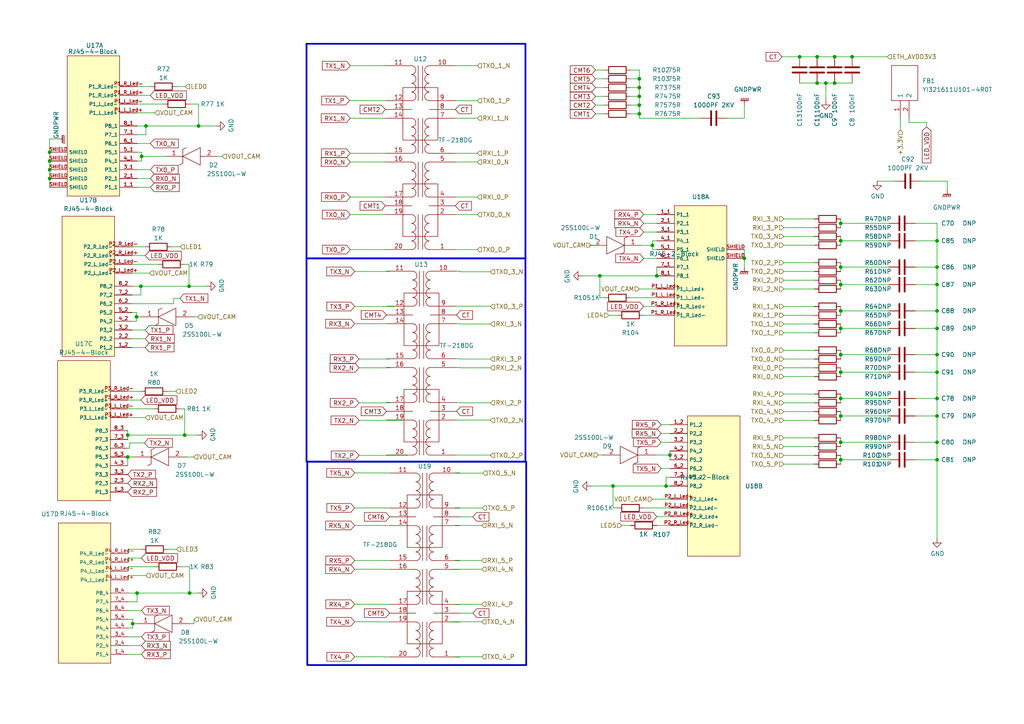
<source format=kicad_sch>
(kicad_sch (version 20231120) (generator "eeschema") (generator_version "8.0")
  (paper "A4")
  (junction (at 243.84 120.65))
  (junction (at 271.78 120.65))
  (junction (at 185.42 33.02))
  (junction (at 185.42 25.4))
  (junction (at 243.84 82.55))
  (junction (at 271.78 102.87))
  (junction (at 37.0498 132.5455))
  (junction (at 271.78 133.35))
  (junction (at 40.8598 83.0155))
  (junction (at 243.84 64.77))
  (junction (at 243.84 77.47))
  (junction (at 57.5777 36.5343))
  (junction (at 271.78 82.55))
  (junction (at 243.84 95.25))
  (junction (at 242.0768 16.4702))
  (junction (at 42.3377 36.5343))
  (junction (at 185.42 30.48))
  (junction (at 194.31 131.9754))
  (junction (at 54.8298 83.0155))
  (junction (at 173.99 80.01))
  (junction (at 242.0768 24.0902))
  (junction (at 243.84 128.27))
  (junction (at 243.84 102.87))
  (junction (at 271.78 107.95))
  (junction (at 39.7562 172.0096))
  (junction (at 190.5 80.01))
  (junction (at 243.84 133.35))
  (junction (at 39.5898 91.9055))
  (junction (at 236.9968 24.0902))
  (junction (at 236.9968 16.4702))
  (junction (at 243.84 107.95))
  (junction (at 247.1568 16.4702))
  (junction (at 14.3977 51.7743))
  (junction (at 177.8 140.97))
  (junction (at 38.4862 180.8996))
  (junction (at 14.3977 49.2343))
  (junction (at 41.0677 45.3524))
  (junction (at 271.78 115.57))
  (junction (at 239.5368 24.0902))
  (junction (at 243.84 90.17))
  (junction (at 271.78 90.17))
  (junction (at 271.78 95.25))
  (junction (at 243.84 115.57))
  (junction (at 14.3977 44.1543))
  (junction (at 53.5598 126.1955))
  (junction (at 271.78 128.27))
  (junction (at 215.9 74.93))
  (junction (at 271.78 77.47))
  (junction (at 14.3977 46.6943))
  (junction (at 189.23 71.1611))
  (junction (at 243.84 69.85))
  (junction (at 54.9962 172.0096))
  (junction (at 271.78 69.85))
  (junction (at 185.42 27.94))
  (junction (at 185.42 22.86))
  (junction (at 193.193 140.97))
  (junction (at 231.9168 16.4702))
  (junction (at 37.0498 126.1955))
  (wire (pts (xy 243.84 90.17) (xy 257.81 90.17)))
  (wire (pts (xy 104.14 106.68) (xy 113.03 106.68)))
  (wire (pts (xy 101.6 62.23) (xy 111.76 62.23)))
  (wire (pts (xy 54.9962 164.3896) (xy 52.4562 164.3896)))
  (wire (pts (xy 236.22 96.52) (xy 227.33 96.52)))
  (wire (pts (xy 38.4862 180.8996) (xy 39.7562 180.8996)))
  (wire (pts (xy 57.5362 172.0096) (xy 54.9962 172.0096)))
  (wire (pts (xy 142.24 132.08) (xy 142.24 131.9931)))
  (wire (pts (xy 182.88 152.4) (xy 180.34 152.4)))
  (wire (pts (xy 236.22 129.54) (xy 227.33 129.54)))
  (wire (pts (xy 243.84 64.77) (xy 243.84 66.04)))
  (wire (pts (xy 236.22 101.6) (xy 227.33 101.6)))
  (wire (pts (xy 186.69 91.44) (xy 190.5 91.44)))
  (wire (pts (xy 40.8598 83.0155) (xy 38.3198 83.0155)))
  (wire (pts (xy 179.07 91.44) (xy 176.53 91.44)))
  (wire (pts (xy 116.84 121.8331) (xy 112.093 121.8331)))
  (wire (pts (xy 113.03 104.14) (xy 113.03 104.0531)))
  (wire (pts (xy 243.84 107.95) (xy 257.81 107.95)))
  (wire (pts (xy 118.11 132.08) (xy 118.11 131.9931)))
  (wire (pts (xy 38.3198 79.2055) (xy 43.3998 79.2055)))
  (wire (pts (xy 243.84 127) (xy 243.84 128.27)))
  (wire (pts (xy 132.08 190.5) (xy 132.08 190.5412)))
  (wire (pts (xy 38.7525 132.55) (xy 38.2445 132.55)))
  (wire (pts (xy 243.84 119.38) (xy 243.84 120.65)))
  (wire (pts (xy 132.08 162.6012) (xy 133.3389 162.6012)))
  (wire (pts (xy 236.22 106.68) (xy 227.33 106.68)))
  (wire (pts (xy 43.6077 54.3143) (xy 39.7977 54.3143)))
  (wire (pts (xy 226.8368 16.4702) (xy 231.9168 16.4702)))
  (wire (pts (xy 101.3778 29.1519) (xy 102.6478 29.1519)))
  (wire (pts (xy 138.43 29.21) (xy 132.08 29.21)))
  (wire (pts (xy 242.0768 24.0902) (xy 247.1568 24.0902)))
  (wire (pts (xy 142.24 106.68) (xy 133.35 106.68)))
  (wire (pts (xy 39.7562 172.0096) (xy 39.7562 174.5496)))
  (wire (pts (xy 236.22 121.92) (xy 227.33 121.92)))
  (wire (pts (xy 138.43 72.39) (xy 132.08 72.39)))
  (wire (pts (xy 41.0677 44.1543) (xy 41.0677 45.3524)))
  (wire (pts (xy 132.413 121.8331) (xy 142.24 121.8331)))
  (wire (pts (xy 243.84 101.6) (xy 243.84 102.87)))
  (wire (pts (xy 185.42 20.32) (xy 182.88 20.32)))
  (wire (pts (xy 215.9 34.29) (xy 215.9 30.48)))
  (wire (pts (xy 243.84 115.57) (xy 243.84 116.84)))
  (wire (pts (xy 271.78 77.47) (xy 271.78 82.55)))
  (wire (pts (xy 57.5777 30.1843) (xy 55.0377 30.1843)))
  (wire (pts (xy 38.3198 76.6655) (xy 45.9398 76.6655)))
  (wire (pts (xy 133.35 78.8269) (xy 133.35 78.6531)))
  (wire (pts (xy 54.9962 180.8996) (xy 56.2662 180.8996)))
  (wire (pts (xy 41.0262 161.8496) (xy 37.2162 161.8496)))
  (wire (pts (xy 104.14 104.14) (xy 113.03 104.14)))
  (wire (pts (xy 194.31 131.9754) (xy 194.31 133.35)))
  (wire (pts (xy 265.43 133.35) (xy 271.78 133.35)))
  (wire (pts (xy 130.81 165.1412) (xy 133.3389 165.1412)))
  (wire (pts (xy 102.87 88.9) (xy 114.3 88.9)))
  (wire (pts (xy 190.5 149.86) (xy 194.31 149.86)))
  (wire (pts (xy 138.43 62.23) (xy 132.08 62.23)))
  (wire (pts (xy 16.7685 40.2947) (xy 14.3977 40.2947)))
  (wire (pts (xy 271.78 102.87) (xy 271.78 107.95)))
  (wire (pts (xy 132.08 137.2012) (xy 133.3389 137.2012)))
  (wire (pts (xy 133.35 116.7531) (xy 132.413 116.7531)))
  (wire (pts (xy 40.8598 116.0355) (xy 37.0498 116.0355)))
  (wire (pts (xy 14.3977 46.6943) (xy 14.3977 49.2343)))
  (wire (pts (xy 37.0498 118.5755) (xy 44.6698 118.5755)))
  (wire (pts (xy 14.3977 44.1543) (xy 14.3977 46.6943)))
  (wire (pts (xy 190.5 77.47) (xy 190.5 80.01)))
  (wire (pts (xy 236.22 134.62) (xy 227.33 134.62)))
  (wire (pts (xy 186.69 64.77) (xy 190.5 64.77)))
  (wire (pts (xy 191.77 128.27) (xy 194.31 128.27)))
  (wire (pts (xy 274.743 55.0829) (xy 274.743 52.5429)))
  (wire (pts (xy 243.84 133.35) (xy 243.84 134.62)))
  (wire (pts (xy 268.7468 35.5202) (xy 263.6668 35.5202)))
  (wire (pts (xy 261.1399 37.7264) (xy 261.1399 36.4112)))
  (wire (pts (xy 243.84 82.55) (xy 243.84 83.82)))
  (wire (pts (xy 236.22 93.98) (xy 227.33 93.98)))
  (wire (pts (xy 236.22 104.14) (xy 227.33 104.14)))
  (wire (pts (xy 139.8948 147.344) (xy 132.08 147.344)))
  (wire (pts (xy 243.84 102.87) (xy 257.81 102.87)))
  (wire (pts (xy 38.2445 132.55) (xy 38.2445 132.5455)))
  (wire (pts (xy 111.76 137.2012) (xy 113.0189 137.2012)))
  (wire (pts (xy 133.35 93.8931) (xy 132.413 93.8931)))
  (wire (pts (xy 37.0498 126.1955) (xy 53.5598 126.1955)))
  (wire (pts (xy 138.43 46.99) (xy 132.08 46.99)))
  (wire (pts (xy 271.78 69.85) (xy 271.78 77.47)))
  (wire (pts (xy 236.22 76.2) (xy 227.33 76.2)))
  (wire (pts (xy 42.1298 100.7955) (xy 38.3198 100.7955)))
  (wire (pts (xy 242.0768 16.4702) (xy 247.1568 16.4702)))
  (wire (pts (xy 236.22 71.12) (xy 227.33 71.12)))
  (wire (pts (xy 110.49 180.34) (xy 110.49 180.3812)))
  (wire (pts (xy 39.5898 91.9055) (xy 39.5898 93.1755)))
  (wire (pts (xy 172.72 20.32) (xy 175.26 20.32)))
  (wire (pts (xy 54.9962 164.3896) (xy 54.9962 172.0096)))
  (wire (pts (xy 142.24 121.8331) (xy 142.24 121.92)))
  (wire (pts (xy 54.2465 132.5455) (xy 56.1634 132.5455)))
  (wire (pts (xy 111.76 175.26) (xy 111.76 175.3012)))
  (wire (pts (xy 37.6211 130.0055) (xy 37.0498 130.0055)))
  (wire (pts (xy 102.87 137.16) (xy 111.76 137.16)))
  (wire (pts (xy 41.0262 159.3096) (xy 37.2162 159.3096)))
  (wire (pts (xy 139.7 190.5) (xy 132.08 190.5)))
  (wire (pts (xy 102.87 78.74) (xy 113.03 78.74)))
  (wire (pts (xy 42.1298 74.1255) (xy 38.3198 74.1255)))
  (wire (pts (xy 236.22 127) (xy 227.33 127)))
  (wire (pts (xy 172.72 33.02) (xy 175.26 33.02)))
  (wire (pts (xy 186.69 88.9) (xy 190.5 88.9)))
  (wire (pts (xy 41.0677 45.3524) (xy 47.9339 45.3524)))
  (wire (pts (xy 57.3698 126.1955) (xy 53.5598 126.1955)))
  (wire (pts (xy 137.1489 177.8412) (xy 133.3389 177.8412)))
  (wire (pts (xy 236.22 132.08) (xy 227.33 132.08)))
  (wire (pts (xy 231.9168 16.4702) (xy 236.9968 16.4702)))
  (wire (pts (xy 102.6478 29.21) (xy 111.76 29.21)))
  (wire (pts (xy 271.78 133.35) (xy 271.78 128.27)))
  (wire (pts (xy 172.72 30.48) (xy 175.26 30.48)))
  (wire (pts (xy 189.23 69.85) (xy 190.5 69.85)))
  (wire (pts (xy 39.7562 174.5496) (xy 37.2162 174.5496)))
  (wire (pts (xy 271.78 120.65) (xy 271.78 115.57)))
  (wire (pts (xy 43.6077 49.2343) (xy 39.7977 49.2343)))
  (wire (pts (xy 111.76 190.5412) (xy 113.0189 190.5412)))
  (wire (pts (xy 271.78 102.87) (xy 265.43 102.87)))
  (wire (pts (xy 133.35 116.84) (xy 133.35 116.7531)))
  (wire (pts (xy 63.1739 45.3524) (xy 64.4439 45.3524)))
  (wire (pts (xy 239.5368 24.0902) (xy 242.0768 24.0902)))
  (wire (pts (xy 271.78 120.65) (xy 265.43 120.65)))
  (wire (pts (xy 174.8078 131.9754) (xy 173.5378 131.9754)))
  (wire (pts (xy 140.0315 137.225) (xy 132.08 137.225)))
  (wire (pts (xy 243.84 63.5) (xy 243.84 64.77)))
  (wire (pts (xy 113.03 116.7531) (xy 112.093 116.7531)))
  (wire (pts (xy 42.1298 98.2555) (xy 38.3198 98.2555)))
  (wire (pts (xy 173.99 86.36) (xy 175.26 86.36)))
  (wire (pts (xy 243.84 69.85) (xy 257.81 69.85)))
  (wire (pts (xy 102.87 165.1) (xy 111.76 165.1)))
  (wire (pts (xy 133.35 104.14) (xy 133.35 104.0531)))
  (wire (pts (xy 193.193 138.43) (xy 193.193 140.97)))
  (wire (pts (xy 185.42 34.29) (xy 185.42 33.02)))
  (wire (pts (xy 37.2162 161.8496) (xy 37.2162 163.1196)))
  (wire (pts (xy 42.1298 95.7155) (xy 38.3198 95.7155)))
  (wire (pts (xy 114.3 88.9) (xy 114.3 88.8131)))
  (wire (pts (xy 54.8298 76.6655) (xy 53.5598 76.6655)))
  (wire (pts (xy 111.76 190.5) (xy 111.76 190.5412)))
  (wire (pts (xy 56.2662 180.8996) (xy 56.2662 179.6296)))
  (wire (pts (xy 42.1298 71.5855) (xy 38.3198 71.5855)))
  (wire (pts (xy 39.5898 93.1755) (xy 38.3198 93.1755)))
  (wire (pts (xy 54.2465 132.55) (xy 54.2465 132.5455)))
  (wire (pts (xy 52.1843 86.523) (xy 50.3543 86.523)))
  (wire (pts (xy 43.6077 25.1043) (xy 39.7977 25.1043)))
  (wire (pts (xy 243.84 77.47) (xy 257.81 77.47)))
  (wire (pts (xy 40.8598 83.0155) (xy 40.8598 85.5555)))
  (wire (pts (xy 194.31 147.32) (xy 186.69 147.32)))
  (wire (pts (xy 271.78 64.77) (xy 265.43 64.77)))
  (wire (pts (xy 40.8598 85.5555) (xy 38.3198 85.5555)))
  (wire (pts (xy 110.49 180.3812) (xy 113.0189 180.3812)))
  (wire (pts (xy 271.78 107.95) (xy 265.43 107.95)))
  (wire (pts (xy 50.3543 88.0955) (xy 38.3198 88.0955)))
  (wire (pts (xy 243.84 81.28) (xy 243.84 82.55)))
  (wire (pts (xy 194.31 138.43) (xy 193.193 138.43)))
  (wire (pts (xy 133.35 106.68) (xy 133.35 106.5931)))
  (wire (pts (xy 53.5598 118.5755) (xy 52.2898 118.5755)))
  (wire (pts (xy 49.7498 71.5855) (xy 52.2898 71.5855)))
  (wire (pts (xy 42.3377 36.5343) (xy 39.7977 36.5343)))
  (wire (pts (xy 138.43 44.45) (xy 132.08 44.45)))
  (wire (pts (xy 243.84 64.77) (xy 257.81 64.77)))
  (wire (pts (xy 185.42 22.86) (xy 182.88 22.86)))
  (wire (pts (xy 111.76 175.3012) (xy 113.0189 175.3012)))
  (wire (pts (xy 271.78 82.55) (xy 265.43 82.55)))
  (wire (pts (xy 132.08 147.344) (xy 132.08 147.3612)))
  (wire (pts (xy 236.22 116.84) (xy 227.33 116.84)))
  (wire (pts (xy 113.03 78.74) (xy 113.03 78.6531)))
  (wire (pts (xy 111.76 137.16) (xy 111.76 137.2012)))
  (wire (pts (xy 104.14 116.84) (xy 113.03 116.84)))
  (wire (pts (xy 38.4862 180.8996) (xy 38.4862 182.1696)))
  (wire (pts (xy 111.76 152.4412) (xy 113.0189 152.4412)))
  (wire (pts (xy 236.22 78.74) (xy 227.33 78.74)))
  (wire (pts (xy 101.6 44.45) (xy 111.76 44.45)))
  (wire (pts (xy 41.0677 46.6943) (xy 39.7977 46.6943)))
  (wire (pts (xy 271.78 95.25) (xy 271.78 102.87)))
  (wire (pts (xy 42.3377 39.0743) (xy 39.7977 39.0743)))
  (wire (pts (xy 271.78 90.17) (xy 265.43 90.17)))
  (wire (pts (xy 137.1489 149.9012) (xy 133.3389 149.9012)))
  (wire (pts (xy 194.31 130.81) (xy 194.31 131.9754)))
  (wire (pts (xy 194.31 144.78) (xy 189.23 144.78)))
  (wire (pts (xy 132.08 175.26) (xy 132.08 175.3012)))
  (wire (pts (xy 243.84 128.27) (xy 243.84 129.54)))
  (wire (pts (xy 168.91 80.01) (xy 173.99 80.01)))
  (wire (pts (xy 53.9925 132.55) (xy 54.2465 132.55)))
  (wire (pts (xy 41.888 128.4713) (xy 37.6211 128.4713)))
  (wire (pts (xy 243.84 120.65) (xy 257.81 120.65)))
  (wire (pts (xy 191.77 125.73) (xy 194.31 125.73)))
  (wire (pts (xy 271.78 156.21) (xy 271.78 133.35)))
  (wire (pts (xy 130.81 180.3812) (xy 133.3389 180.3812)))
  (wire (pts (xy 37.0498 124.9255) (xy 37.0498 126.1955)))
  (wire (pts (xy 185.42 27.94) (xy 182.88 27.94)))
  (wire (pts (xy 113.03 106.5931) (xy 112.093 106.5931)))
  (wire (pts (xy 142.24 78.8269) (xy 133.35 78.8269)))
  (wire (pts (xy 113.03 106.68) (xy 113.03 106.5931)))
  (wire (pts (xy 139.7 180.34) (xy 130.81 180.34)))
  (wire (pts (xy 271.78 95.25) (xy 265.43 95.25)))
  (wire (pts (xy 14.3977 51.7743) (xy 14.3977 54.3143)))
  (wire (pts (xy 39.7977 30.1843) (xy 47.4177 30.1843)))
  (wire (pts (xy 236.22 119.38) (xy 227.33 119.38)))
  (wire (pts (xy 190.5 80.01) (xy 173.99 80.01)))
  (wire (pts (xy 104.14 132.08) (xy 118.11 132.08)))
  (wire (pts (xy 139.7 175.26) (xy 132.08 175.26)))
  (wire (pts (xy 185.42 25.4) (xy 185.42 27.94)))
  (wire (pts (xy 257.3168 16.4702) (xy 247.1568 16.4702)))
  (wire (pts (xy 37.2162 179.6296) (xy 38.4862 179.6296)))
  (wire (pts (xy 236.9968 16.4702) (xy 242.0768 16.4702)))
  (wire (pts (xy 271.78 69.85) (xy 265.43 69.85)))
  (wire (pts (xy 37.2162 166.9296) (xy 37.2162 168.1996)))
  (wire (pts (xy 37.0498 132.5455) (xy 37.0498 135.0855)))
  (wire (pts (xy 172.72 27.94) (xy 175.26 27.94)))
  (wire (pts (xy 243.84 132.08) (xy 243.84 133.35)))
  (wire (pts (xy 271.78 77.47) (xy 265.43 77.47)))
  (wire (pts (xy 190.5 86.36) (xy 182.88 86.36)))
  (wire (pts (xy 191.77 135.89) (xy 194.31 135.89)))
  (wire (pts (xy 111.76 165.1412) (xy 113.0189 165.1412)))
  (wire (pts (xy 102.87 190.5) (xy 111.76 190.5)))
  (wire (pts (xy 243.84 77.47) (xy 243.84 78.74)))
  (wire (pts (xy 37.6211 128.4713) (xy 37.6211 130.0055)))
  (wire (pts (xy 243.84 120.65) (xy 243.84 121.92)))
  (wire (pts (xy 186.69 67.31) (xy 190.5 67.31)))
  (wire (pts (xy 50.3543 86.523) (xy 50.3543 88.0955)))
  (wire (pts (xy 111.76 147.32) (xy 111.76 147.3612)))
  (wire (pts (xy 101.6 19.05) (xy 111.76 19.05)))
  (wire (pts (xy 48.6462 159.3096) (xy 51.1862 159.3096)))
  (wire (pts (xy 185.42 20.32) (xy 185.42 22.86)))
  (wire (pts (xy 37.2162 164.3896) (xy 44.8362 164.3896)))
  (wire (pts (xy 185.42 33.02) (xy 182.88 33.02)))
  (wire (pts (xy 193.193 140.97) (xy 177.8 140.97)))
  (wire (pts (xy 177.8 147.32) (xy 177.8 140.97)))
  (wire (pts (xy 132.413 131.9931) (xy 142.24 131.9931)))
  (wire (pts (xy 194.31 140.97) (xy 193.193 140.97)))
  (wire (pts (xy 243.84 95.25) (xy 243.84 96.52)))
  (wire (pts (xy 101.6 46.99) (xy 111.76 46.99)))
  (wire (pts (xy 185.42 30.48) (xy 185.42 27.94)))
  (wire (pts (xy 261.1399 36.4112) (xy 261.1268 36.4112)))
  (wire (pts (xy 111.76 162.6012) (xy 113.0189 162.6012)))
  (wire (pts (xy 133.35 106.5931) (xy 132.413 106.5931)))
  (wire (pts (xy 189.23 72.39) (xy 189.23 71.1611)))
  (wire (pts (xy 39.7562 172.0096) (xy 37.2162 172.0096)))
  (wire (pts (xy 57.5777 30.1843) (xy 57.5777 36.5343)))
  (wire (pts (xy 263.6668 35.5202) (xy 263.6668 34.2502)))
  (wire (pts (xy 186.69 62.23) (xy 190.5 62.23)))
  (wire (pts (xy 43.6077 41.6143) (xy 39.7977 41.6143)))
  (wire (pts (xy 243.84 106.68) (xy 243.84 107.95)))
  (wire (pts (xy 37.2162 164.3896) (xy 37.2162 165.6596)))
  (wire (pts (xy 102.6478 29.1519) (xy 102.6478 29.21)))
  (wire (pts (xy 132.08 190.5412) (xy 133.3389 190.5412)))
  (wire (pts (xy 39.5898 91.9055) (xy 40.8598 91.9055)))
  (wire (pts (xy 116.84 121.92) (xy 116.84 121.8331)))
  (wire (pts (xy 101.6 34.29) (xy 111.76 34.29)))
  (wire (pts (xy 236.22 68.58) (xy 227.33 68.58)))
  (wire (pts (xy 37.2162 166.9296) (xy 42.2962 166.9296)))
  (wire (pts (xy 261.1268 36.4112) (xy 261.1268 34.2502)))
  (wire (pts (xy 271.78 64.77) (xy 271.78 69.85)))
  (wire (pts (xy 132.08 175.3012) (xy 133.3389 175.3012)))
  (wire (pts (xy 236.22 88.9) (xy 227.33 88.9)))
  (wire (pts (xy 236.22 114.3) (xy 227.33 114.3)))
  (wire (pts (xy 171.45 140.97) (xy 177.8 140.97)))
  (wire (pts (xy 102.87 180.34) (xy 110.49 180.34)))
  (wire (pts (xy 271.78 115.57) (xy 265.43 115.57)))
  (wire (pts (xy 173.99 86.36) (xy 173.99 80.01)))
  (wire (pts (xy 236.22 63.5) (xy 227.33 63.5)))
  (wire (pts (xy 48.4798 113.4955) (xy 51.0198 113.4955)))
  (wire (pts (xy 189.23 69.85) (xy 189.23 71.1611)))
  (wire (pts (xy 56.0998 91.9055) (xy 57.3698 91.9055)))
  (wire (pts (xy 113.03 78.6531) (xy 112.093 78.6531)))
  (wire (pts (xy 38.4862 179.6296) (xy 38.4862 180.8996)))
  (wire (pts (xy 57.5777 36.5343) (xy 42.3377 36.5343)))
  (wire (pts (xy 243.84 102.87) (xy 243.84 104.14)))
  (wire (pts (xy 132.08 162.56) (xy 132.08 162.6012)))
  (wire (pts (xy 236.22 66.04) (xy 227.33 66.04)))
  (wire (pts (xy 37.0498 132.5455) (xy 38.2445 132.5455)))
  (wire (pts (xy 102.87 147.32) (xy 111.76 147.32)))
  (wire (pts (xy 54.8298 83.0155) (xy 59.9098 83.0155)))
  (wire (pts (xy 170.9011 71.1611) (xy 173.736 71.1611)))
  (wire (pts (xy 133.35 93.98) (xy 133.35 93.8931)))
  (wire (pts (xy 102.87 152.4) (xy 111.76 152.4)))
  (wire (pts (xy 236.22 109.22) (xy 227.33 109.22)))
  (wire (pts (xy 172.72 22.86) (xy 175.26 22.86)))
  (wire (pts (xy 186.69 74.93) (xy 190.5 74.93)))
  (wire (pts (xy 271.78 90.17) (xy 271.78 95.25)))
  (wire (pts (xy 118.11 131.9931) (xy 112.093 131.9931)))
  (wire (pts (xy 138.43 19.05) (xy 132.08 19.05)))
  (wire (pts (xy 102.8776 93.8931) (xy 112.093 93.8931)))
  (wire (pts (xy 37.2162 159.3096) (xy 37.2162 160.5796)))
  (wire (pts (xy 113.03 104.0531) (xy 112.093 104.0531)))
  (wire (pts (xy 41.0677 45.3524) (xy 41.0677 46.6943)))
  (wire (pts (xy 236.22 81.28) (xy 227.33 81.28)))
  (wire (pts (xy 102.87 162.56) (xy 111.76 162.56)))
  (wire (pts (xy 111.76 152.4) (xy 111.76 152.4412)))
  (wire (pts (xy 132.08 152.4412) (xy 133.3389 152.4412)))
  (wire (pts (xy 130.81 165.1) (xy 130.81 165.1412)))
  (wire (pts (xy 271.78 115.57) (xy 271.78 107.95)))
  (wire (pts (xy 185.42 25.4) (xy 182.88 25.4)))
  (wire (pts (xy 236.9968 24.0902) (xy 231.9168 24.0902)))
  (wire (pts (xy 173.736 71.12) (xy 171.45 71.12)))
  (wire (pts (xy 43.6077 27.6443) (xy 39.7977 27.6443)))
  (wire (pts (xy 40.8598 83.0155) (xy 54.8298 83.0155)))
  (wire (pts (xy 38.3198 90.6355) (xy 39.5898 90.6355)))
  (wire (pts (xy 185.42 34.29) (xy 203.2 34.29)))
  (wire (pts (xy 190.5 83.82) (xy 185.42 83.82)))
  (wire (pts (xy 142.24 88.8131) (xy 132.413 88.8131)))
  (wire (pts (xy 51.2277 25.1043) (xy 53.7677 25.1043)))
  (wire (pts (xy 111.76 147.3612) (xy 113.0189 147.3612)))
  (wire (pts (xy 111.76 165.1) (xy 111.76 165.1412)))
  (wire (pts (xy 101.6 72.39) (xy 111.76 72.39)))
  (wire (pts (xy 215.9 72.39) (xy 215.9 74.93)))
  (wire (pts (xy 215.9 74.93) (xy 215.9 77.47)))
  (wire (pts (xy 190.5 152.4) (xy 194.31 152.4)))
  (wire (pts (xy 185.42 22.86) (xy 185.42 25.4)))
  (wire (pts (xy 243.84 115.57) (xy 257.81 115.57)))
  (wire (pts (xy 236.22 83.82) (xy 227.33 83.82)))
  (wire (pts (xy 102.87 175.26) (xy 111.76 175.26)))
  (wire (pts (xy 111.76 162.56) (xy 111.76 162.6012)))
  (wire (pts (xy 142.24 88.9) (xy 142.24 88.8131)))
  (wire (pts (xy 243.84 128.27) (xy 257.81 128.27)))
  (wire (pts (xy 243.84 114.3) (xy 243.84 115.57)))
  (wire (pts (xy 133.35 78.6531) (xy 132.413 78.6531)))
  (wire (pts (xy 138.43 34.29) (xy 132.08 34.29)))
  (wire (pts (xy 142.24 116.84) (xy 133.35 116.84)))
  (wire (pts (xy 39.7977 44.1543) (xy 41.0677 44.1543)))
  (wire (pts (xy 243.84 90.17) (xy 243.84 91.44)))
  (wire (pts (xy 243.84 88.9) (xy 243.84 90.17)))
  (wire (pts (xy 243.84 133.35) (xy 257.81 133.35)))
  (wire (pts (xy 243.84 68.58) (xy 243.84 69.85)))
  (wire (pts (xy 37.0498 121.1155) (xy 42.1298 121.1155)))
  (wire (pts (xy 139.7 165.1) (xy 130.81 165.1)))
  (wire (pts (xy 243.84 69.85) (xy 243.84 71.12)))
  (wire (pts (xy 186.1411 71.1611) (xy 189.23 71.1611)))
  (wire (pts (xy 113.03 116.84) (xy 113.03 116.7531)))
  (wire (pts (xy 14.3977 40.2947) (xy 14.3977 44.1543)))
  (wire (pts (xy 41.0262 177.0896) (xy 37.2162 177.0896)))
  (wire (pts (xy 39.7562 172.0096) (xy 54.9962 172.0096)))
  (wire (pts (xy 243.84 93.98) (xy 243.84 95.25)))
  (wire (pts (xy 132.08 137.225) (xy 132.08 137.2012)))
  (wire (pts (xy 101.6 57.15) (xy 111.76 57.15)))
  (wire (pts (xy 215.9 34.29) (xy 210.82 34.29)))
  (wire (pts (xy 173.736 71.1611) (xy 173.736 71.12)))
  (wire (pts (xy 243.84 82.55) (xy 257.81 82.55)))
  (wire (pts (xy 243.84 95.25) (xy 257.81 95.25)))
  (wire (pts (xy 243.84 76.2) (xy 243.84 77.47)))
  (wire (pts (xy 38.4862 182.1696) (xy 37.2162 182.1696)))
  (wire (pts (xy 236.9968 24.0902) (xy 239.5368 24.0902)))
  (wire (pts (xy 265.43 128.27) (xy 271.78 128.27)))
  (wire (pts (xy 132.08 152.4) (xy 132.08 152.4412)))
  (wire (pts (xy 41.0262 189.7896) (xy 37.2162 189.7896)))
  (wire (pts (xy 236.22 91.44) (xy 227.33 91.44)))
  (wire (pts (xy 133.35 104.0531) (xy 132.413 104.0531)))
  (wire (pts (xy 139.7 162.56) (xy 132.08 162.56)))
  (wire (pts (xy 142.24 93.98) (xy 133.35 93.98)))
  (wire (pts (xy 39.5898 90.6355) (xy 39.5898 91.9055)))
  (wire (pts (xy 142.24 104.14) (xy 133.35 104.14)))
  (wire (pts (xy 37.0498 126.1955) (xy 37.0498 127.4655)))
  (wire (pts (xy 40.8598 113.4955) (xy 37.0498 113.4955)))
  (wire (pts (xy 14.3977 49.2343) (xy 14.3977 51.7743)))
  (wire (pts (xy 177.8 147.32) (xy 179.07 147.32)))
  (wire (pts (xy 132.08 57.15) (xy 138.43 57.15)))
  (wire (pts (xy 185.42 30.48) (xy 182.88 30.48)))
  (wire (pts (xy 190.5 72.39) (xy 189.23 72.39)))
  (wire (pts (xy 243.84 107.95) (xy 243.84 109.22)))
  (wire (pts (xy 139.7 152.4) (xy 132.08 152.4)))
  (wire (pts (xy 172.72 25.4) (xy 175.26 25.4)))
  (wire (pts (xy 268.7468 36.7902) (xy 268.7468 35.5202)))
  (wire (pts (xy 41.0262 184.7096) (xy 37.2162 184.7096)))
  (wire (pts (xy 104.14 121.92) (xy 116.84 121.92)))
  (wire (pts (xy 42.3377 36.5343) (xy 42.3377 39.0743)))
  (wire (pts (xy 54.8298 76.6655) (xy 54.8298 83.0155)))
  (wire (pts (xy 274.743 52.5429) (xy 267.123 52.5429)))
  (wire (pts (xy 190.0478 131.9754) (xy 194.31 131.9754)))
  (wire (pts (xy 132.08 147.3612) (xy 133.3389 147.3612)))
  (wire (pts (xy 271.78 128.27) (xy 271.78 120.65)))
  (wire (pts (xy 41.0262 187.2496) (xy 37.2162 187.2496)))
  (wire (pts (xy 114.3 88.8131) (xy 112.093 88.8131)))
  (wire (pts (xy 254.423 52.5429) (xy 259.503 52.5429)))
  (wire (pts (xy 43.6077 51.7743) (xy 39.7977 51.7743)))
  (wire (pts (xy 239.5368 29.1702) (xy 239.5368 24.0902)))
  (wire (pts (xy 271.78 82.55) (xy 271.78 90.17)))
  (wire (pts (xy 130.81 180.34) (xy 130.81 180.3812)))
  (wire (pts (xy 191.77 123.19) (xy 194.31 123.19)))
  (wire (pts (xy 39.7977 32.7243) (xy 44.8777 32.7243)))
  (wire (pts (xy 62.6577 36.5343) (xy 57.5777 36.5343)))
  (wire (pts (xy 185.42 30.48) (xy 185.42 33.02)))
  (wire (pts (xy 53.5598 118.5755) (xy 53.5598 126.1955)))
  (rectangle (start 88.9 74.93) (end 152.4 133.9036) (stroke (width 0.5)))
  (rectangle (start 88.9 12.7) (end 152.4 74.93) (stroke (width 0.5)))
  (rectangle (start 89.1224 133.9243) (end 152.6224 192.8979) (stroke (width 0.5)))
  (global_label "RX2_P" (shape input) (at 37.0498 142.7055 0) (property "Intersheetrefs" "${INTERSHEET_REFS}" (effects (hide yes))))
  (global_label "LED_VDD" (shape input) (at 190.5 149.86 180) (property "Intersheetrefs" "${INTERSHEET_REFS}" (effects (hide yes))))
  (global_label "TX2_N" (shape input) (at 104.14 121.92 180) (property "Intersheetrefs" "${INTERSHEET_REFS}" (effects (hide yes))))
  (global_label "RX5_N" (shape input) (at 191.77 125.73 180) (property "Intersheetrefs" "${INTERSHEET_REFS}" (effects (hide yes))))
  (global_label "LED_VDD" (shape input) (at 43.6077 27.6443 0) (property "Intersheetrefs" "${INTERSHEET_REFS}" (effects (hide yes))))
  (global_label "RX4_N" (shape input) (at 186.69 64.77 180) (property "Intersheetrefs" "${INTERSHEET_REFS}" (effects (hide yes))))
  (global_label "TX3_N" (shape input) (at 41.0262 177.0896 0) (property "Intersheetrefs" "${INTERSHEET_REFS}" (effects (hide yes))))
  (global_label "CMT5" (shape input) (at 113.0189 177.8412 180) (property "Intersheetrefs" "${INTERSHEET_REFS}" (effects (hide yes))))
  (global_label "CT" (shape input) (at 137.1489 177.8412 0) (property "Intersheetrefs" "${INTERSHEET_REFS}" (effects (hide yes))))
  (global_label "RX5_N" (shape input) (at 102.87 152.4 180) (property "Intersheetrefs" "${INTERSHEET_REFS}" (effects (hide yes))))
  (global_label "TX0_N" (shape input) (at 43.6077 41.6143 0) (property "Intersheetrefs" "${INTERSHEET_REFS}" (effects (hide yes))))
  (global_label "CMT5" (shape input) (at 172.72 22.86 180) (property "Intersheetrefs" "${INTERSHEET_REFS}" (effects (hide yes))))
  (global_label "TX5_N" (shape input) (at 191.77 135.89 180) (property "Intersheetrefs" "${INTERSHEET_REFS}" (effects (hide yes))))
  (global_label "CT" (shape input) (at 132.08 59.69 0) (property "Intersheetrefs" "${INTERSHEET_REFS}" (effects (hide yes))))
  (global_label "RX0_N" (shape input) (at 101.6 46.99 180) (property "Intersheetrefs" "${INTERSHEET_REFS}" (effects (hide yes))))
  (global_label "TX1_N" (shape input) (at 52.1843 86.523 0) (property "Intersheetrefs" "${INTERSHEET_REFS}" (effects (hide yes))))
  (global_label "CMT3" (shape input) (at 112.093 119.2931 180) (property "Intersheetrefs" "${INTERSHEET_REFS}" (effects (hide yes))))
  (global_label "LED_VDD" (shape input) (at 42.1298 74.1255 0) (property "Intersheetrefs" "${INTERSHEET_REFS}" (effects (hide yes))))
  (global_label "TX1_P" (shape input) (at 42.1298 95.7155 0) (property "Intersheetrefs" "${INTERSHEET_REFS}" (effects (hide yes))))
  (global_label "LED_VDD" (shape input) (at 268.7468 36.7902 270) (property "Intersheetrefs" "${INTERSHEET_REFS}" (effects (hide yes))))
  (global_label "RX2_N" (shape input) (at 104.14 106.68 180) (property "Intersheetrefs" "${INTERSHEET_REFS}" (effects (hide yes))))
  (global_label "TX5_P" (shape input) (at 191.77 128.27 180) (property "Intersheetrefs" "${INTERSHEET_REFS}" (effects (hide yes))))
  (global_label "TX5_N" (shape input) (at 102.87 137.16 180) (property "Intersheetrefs" "${INTERSHEET_REFS}" (effects (hide yes))))
  (global_label "CT" (shape input) (at 137.1489 149.9012 0) (property "Intersheetrefs" "${INTERSHEET_REFS}" (effects (hide yes))))
  (global_label "RX4_P" (shape input) (at 102.87 175.26 180) (property "Intersheetrefs" "${INTERSHEET_REFS}" (effects (hide yes))))
  (global_label "RX2_N" (shape input) (at 37.0498 140.1655 0) (property "Intersheetrefs" "${INTERSHEET_REFS}" (effects (hide yes))))
  (global_label "TX0_P" (shape input) (at 101.6 72.39 180) (property "Intersheetrefs" "${INTERSHEET_REFS}" (effects (hide yes))))
  (global_label "LED_VDD" (shape input) (at 186.69 88.9 180) (property "Intersheetrefs" "${INTERSHEET_REFS}" (effects (hide yes))))
  (global_label "TX5_P" (shape input) (at 102.87 147.32 180) (property "Intersheetrefs" "${INTERSHEET_REFS}" (effects (hide yes))))
  (global_label "RX3_N" (shape input) (at 102.8776 93.8931 180) (property "Intersheetrefs" "${INTERSHEET_REFS}" (effects (hide yes))))
  (global_label "LED_VDD" (shape input) (at 41.0262 161.8496 0) (property "Intersheetrefs" "${INTERSHEET_REFS}" (effects (hide yes))))
  (global_label "CT" (shape input) (at 132.413 91.3531 0) (property "Intersheetrefs" "${INTERSHEET_REFS}" (effects (hide yes))))
  (global_label "TX4_N" (shape input) (at 102.87 180.34 180) (property "Intersheetrefs" "${INTERSHEET_REFS}" (effects (hide yes))))
  (global_label "TX4_P" (shape input) (at 186.69 67.31 180) (property "Intersheetrefs" "${INTERSHEET_REFS}" (effects (hide yes))))
  (global_label "RX2_P" (shape input) (at 104.14 116.84 180) (property "Intersheetrefs" "${INTERSHEET_REFS}" (effects (hide yes))))
  (global_label "TX2_P" (shape input) (at 104.14 132.08 180) (property "Intersheetrefs" "${INTERSHEET_REFS}" (effects (hide yes))))
  (global_label "TX1_P" (shape input) (at 101.3778 29.1519 180) (property "Intersheetrefs" "${INTERSHEET_REFS}" (effects (hide yes))))
  (global_label "RX0_N" (shape input) (at 43.6077 51.7743 0) (property "Intersheetrefs" "${INTERSHEET_REFS}" (effects (hide yes))))
  (global_label "TX2_P" (shape input) (at 37.0498 137.6255 0) (property "Intersheetrefs" "${INTERSHEET_REFS}" (effects (hide yes))))
  (global_label "RX4_P" (shape input) (at 186.69 62.23 180) (property "Intersheetrefs" "${INTERSHEET_REFS}" (effects (hide yes))))
  (global_label "RX3_P" (shape input) (at 41.0262 189.7896 0) (property "Intersheetrefs" "${INTERSHEET_REFS}" (effects (hide yes))))
  (global_label "CT" (shape input) (at 132.08 31.75 0) (property "Intersheetrefs" "${INTERSHEET_REFS}" (effects (hide yes))))
  (global_label "CT" (shape input) (at 132.413 119.2931 0) (property "Intersheetrefs" "${INTERSHEET_REFS}" (effects (hide yes))))
  (global_label "RX1_N" (shape input) (at 42.1298 98.2555 0) (property "Intersheetrefs" "${INTERSHEET_REFS}" (effects (hide yes))))
  (global_label "TX3_N" (shape input) (at 102.87 78.74 180) (property "Intersheetrefs" "${INTERSHEET_REFS}" (effects (hide yes))))
  (global_label "TX3_P" (shape input) (at 102.87 88.9 180) (property "Intersheetrefs" "${INTERSHEET_REFS}" (effects (hide yes))))
  (global_label "TX1_N" (shape input) (at 101.6 19.05 180) (property "Intersheetrefs" "${INTERSHEET_REFS}" (effects (hide yes))))
  (global_label "TX0_N" (shape input) (at 101.6 62.23 180) (property "Intersheetrefs" "${INTERSHEET_REFS}" (effects (hide yes))))
  (global_label "CMT4" (shape input) (at 112.093 91.3531 180) (property "Intersheetrefs" "${INTERSHEET_REFS}" (effects (hide yes))))
  (global_label "TX0_P" (shape input) (at 43.6077 49.2343 0) (property "Intersheetrefs" "${INTERSHEET_REFS}" (effects (hide yes))))
  (global_label "CMT6" (shape input) (at 113.0189 149.9012 180) (property "Intersheetrefs" "${INTERSHEET_REFS}" (effects (hide yes))))
  (global_label "LED_VDD" (shape input) (at 40.8598 116.0355 0) (property "Intersheetrefs" "${INTERSHEET_REFS}" (effects (hide yes))))
  (global_label "RX5_P" (shape input) (at 102.87 162.56 180) (property "Intersheetrefs" "${INTERSHEET_REFS}" (effects (hide yes))))
  (global_label "TX2_N" (shape input) (at 41.888 128.4713 0) (property "Intersheetrefs" "${INTERSHEET_REFS}" (effects (hide yes))))
  (global_label "RX3_N" (shape input) (at 41.0262 187.2496 0) (property "Intersheetrefs" "${INTERSHEET_REFS}" (effects (hide yes))))
  (global_label "RX3_P" (shape input) (at 104.14 104.14 180) (property "Intersheetrefs" "${INTERSHEET_REFS}" (effects (hide yes))))
  (global_label "RX0_P" (shape input) (at 101.6 57.15 180) (property "Intersheetrefs" "${INTERSHEET_REFS}" (effects (hide yes))))
  (global_label "CT" (shape input) (at 226.8368 16.4702 180) (property "Intersheetrefs" "${INTERSHEET_REFS}" (effects (hide yes))))
  (global_label "CMT2" (shape input) (at 111.76 31.75 180) (property "Intersheetrefs" "${INTERSHEET_REFS}" (effects (hide yes))))
  (global_label "CMT1" (shape input) (at 172.72 33.02 180) (property "Intersheetrefs" "${INTERSHEET_REFS}" (effects (hide yes))))
  (global_label "RX4_N" (shape input) (at 102.87 165.1 180) (property "Intersheetrefs" "${INTERSHEET_REFS}" (effects (hide yes))))
  (global_label "TX4_P" (shape input) (at 102.87 190.5 180) (property "Intersheetrefs" "${INTERSHEET_REFS}" (effects (hide yes))))
  (global_label "CMT1" (shape input) (at 111.76 59.69 180) (property "Intersheetrefs" "${INTERSHEET_REFS}" (effects (hide yes))))
  (global_label "TX4_N" (shape input) (at 186.69 74.93 180) (property "Intersheetrefs" "${INTERSHEET_REFS}" (effects (hide yes))))
  (global_label "CMT3" (shape input) (at 172.72 27.94 180) (property "Intersheetrefs" "${INTERSHEET_REFS}" (effects (hide yes))))
  (global_label "RX1_P" (shape input) (at 42.1298 100.7955 0) (property "Intersheetrefs" "${INTERSHEET_REFS}" (effects (hide yes))))
  (global_label "CMT2" (shape input) (at 172.72 30.48 180) (property "Intersheetrefs" "${INTERSHEET_REFS}" (effects (hide yes))))
  (global_label "RX0_P" (shape input) (at 43.6077 54.3143 0) (property "Intersheetrefs" "${INTERSHEET_REFS}" (effects (hide yes))))
  (global_label "TX3_P" (shape input) (at 41.0262 184.7096 0) (property "Intersheetrefs" "${INTERSHEET_REFS}" (effects (hide yes))))
  (global_label "RX5_P" (shape input) (at 191.77 123.19 180) (property "Intersheetrefs" "${INTERSHEET_REFS}" (effects (hide yes))))
  (global_label "CMT6" (shape input) (at 172.72 20.32 180) (property "Intersheetrefs" "${INTERSHEET_REFS}" (effects (hide yes))))
  (global_label "RX1_P" (shape input) (at 101.6 44.45 180) (property "Intersheetrefs" "${INTERSHEET_REFS}" (effects (hide yes))))
  (global_label "CMT4" (shape input) (at 172.72 25.4 180) (property "Intersheetrefs" "${INTERSHEET_REFS}" (effects (hide yes))))
  (global_label "RX1_N" (shape input) (at 101.6 34.29 180) (property "Intersheetrefs" "${INTERSHEET_REFS}" (effects (hide yes))))
  (hierarchical_label "TXO_3_N" (shape input) (at 142.24 78.8269 0) (property "Intersheetrefs" "${INTERSHEET_REFS}" (effects (hide yes))))
  (hierarchical_label "VOUT_CAM" (shape input) (at 44.8777 32.7243 0))
  (hierarchical_label "RXI_4_N" (shape input) (at 139.7 165.1 0) (property "Intersheetrefs" "${INTERSHEET_REFS}" (effects (hide yes))))
  (hierarchical_label "LED3" (shape input) (at 51.1862 159.3096 0))
  (hierarchical_label "ETH_AVDD3V3" (shape input) (at 257.3168 16.4702 0))
  (hierarchical_label "TXO_4_P" (shape input) (at 227.33 121.92 180) (property "Intersheetrefs" "${INTERSHEET_REFS}" (effects (hide yes))))
  (hierarchical_label "VOUT_CAM" (shape input) (at 56.1634 132.5455 0))
  (hierarchical_label "TXO_5_P" (shape input) (at 139.8948 147.344 0) (property "Intersheetrefs" "${INTERSHEET_REFS}" (effects (hide yes))))
  (hierarchical_label "RXI_0_N" (shape input) (at 138.43 46.99 0) (property "Intersheetrefs" "${INTERSHEET_REFS}" (effects (hide yes))))
  (hierarchical_label "TXO_0_N" (shape input) (at 227.33 104.14 180) (property "Intersheetrefs" "${INTERSHEET_REFS}" (effects (hide yes))))
  (hierarchical_label "VOUT_CAM" (shape input) (at 173.5378 131.9754 180))
  (hierarchical_label "TXO_5_N" (shape input) (at 227.33 132.08 180) (property "Intersheetrefs" "${INTERSHEET_REFS}" (effects (hide yes))))
  (hierarchical_label "RXI_3_P" (shape input) (at 142.24 104.14 0) (property "Intersheetrefs" "${INTERSHEET_REFS}" (effects (hide yes))))
  (hierarchical_label "VOUT_CAM" (shape input) (at 171.45 71.12 180))
  (hierarchical_label "TXO_2_N" (shape input) (at 142.24 121.92 0) (property "Intersheetrefs" "${INTERSHEET_REFS}" (effects (hide yes))))
  (hierarchical_label "VOUT_CAM" (shape input) (at 57.3698 91.9055 0))
  (hierarchical_label "RXI_0_P" (shape input) (at 138.43 57.15 0) (property "Intersheetrefs" "${INTERSHEET_REFS}" (effects (hide yes))))
  (hierarchical_label "TXO_4_N" (shape input) (at 227.33 119.38 180) (property "Intersheetrefs" "${INTERSHEET_REFS}" (effects (hide yes))))
  (hierarchical_label "RXI_1_P" (shape input) (at 227.33 91.44 180) (property "Intersheetrefs" "${INTERSHEET_REFS}" (effects (hide yes))))
  (hierarchical_label "RXI_2_N" (shape input) (at 142.24 106.68 0) (property "Intersheetrefs" "${INTERSHEET_REFS}" (effects (hide yes))))
  (hierarchical_label "RXI_2_P" (shape input) (at 227.33 81.28 180) (property "Intersheetrefs" "${INTERSHEET_REFS}" (effects (hide yes))))
  (hierarchical_label "TXO_2_P" (shape input) (at 227.33 76.2 180) (property "Intersheetrefs" "${INTERSHEET_REFS}" (effects (hide yes))))
  (hierarchical_label "TXO_4_P" (shape input) (at 139.7 190.5 0) (property "Intersheetrefs" "${INTERSHEET_REFS}" (effects (hide yes))))
  (hierarchical_label "VOUT_CAM" (shape input) (at 42.2962 166.9296 0))
  (hierarchical_label "VOUT_CAM" (shape input) (at 64.4439 45.3524 0))
  (hierarchical_label "TXO_1_N" (shape input) (at 227.33 93.98 180) (property "Intersheetrefs" "${INTERSHEET_REFS}" (effects (hide yes))))
  (hierarchical_label "RXI_4_P" (shape input) (at 227.33 114.3 180) (property "Intersheetrefs" "${INTERSHEET_REFS}" (effects (hide yes))))
  (hierarchical_label "LED1" (shape input) (at 52.2898 71.5855 0))
  (hierarchical_label "TXO_5_P" (shape input) (at 227.33 134.62 180) (property "Intersheetrefs" "${INTERSHEET_REFS}" (effects (hide yes))))
  (hierarchical_label "LED2" (shape input) (at 51.0198 113.4955 0))
  (hierarchical_label "VOUT_CAM" (shape input) (at 43.3998 79.2055 0))
  (hierarchical_label "TXO_0_P" (shape input) (at 138.43 72.39 0) (property "Intersheetrefs" "${INTERSHEET_REFS}" (effects (hide yes))))
  (hierarchical_label "RXI_4_N" (shape input) (at 227.33 116.84 180) (property "Intersheetrefs" "${INTERSHEET_REFS}" (effects (hide yes))))
  (hierarchical_label "TXO_1_P" (shape input) (at 138.43 29.21 0) (property "Intersheetrefs" "${INTERSHEET_REFS}" (effects (hide yes))))
  (hierarchical_label "TXO_2_N" (shape input) (at 227.33 78.74 180) (property "Intersheetrefs" "${INTERSHEET_REFS}" (effects (hide yes))))
  (hierarchical_label "TXO_3_P" (shape input) (at 227.33 71.12 180) (property "Intersheetrefs" "${INTERSHEET_REFS}" (effects (hide yes))))
  (hierarchical_label "VOUT_CAM" (shape input) (at 185.42 83.82 180))
  (hierarchical_label "LED5" (shape input) (at 180.34 152.4 180))
  (hierarchical_label "TXO_1_N" (shape input) (at 138.43 19.05 0) (property "Intersheetrefs" "${INTERSHEET_REFS}" (effects (hide yes))))
  (hierarchical_label "RXI_5_N" (shape input) (at 139.7 152.4 0) (property "Intersheetrefs" "${INTERSHEET_REFS}" (effects (hide yes))))
  (hierarchical_label "TXO_3_N" (shape input) (at 227.33 68.58 180) (property "Intersheetrefs" "${INTERSHEET_REFS}" (effects (hide yes))))
  (hierarchical_label "TXO_5_N" (shape input) (at 140.0315 137.225 0) (property "Intersheetrefs" "${INTERSHEET_REFS}" (effects (hide yes))))
  (hierarchical_label "TXO_4_N" (shape input) (at 139.7 180.34 0) (property "Intersheetrefs" "${INTERSHEET_REFS}" (effects (hide yes))))
  (hierarchical_label "RXI_0_P" (shape input) (at 227.33 106.68 180) (property "Intersheetrefs" "${INTERSHEET_REFS}" (effects (hide yes))))
  (hierarchical_label "RXI_0_N" (shape input) (at 227.33 109.22 180) (property "Intersheetrefs" "${INTERSHEET_REFS}" (effects (hide yes))))
  (hierarchical_label "RXI_1_N" (shape input) (at 138.43 34.29 0) (property "Intersheetrefs" "${INTERSHEET_REFS}" (effects (hide yes))))
  (hierarchical_label "RXI_5_N" (shape input) (at 227.33 129.54 180) (property "Intersheetrefs" "${INTERSHEET_REFS}" (effects (hide yes))))
  (hierarchical_label "RXI_3_N" (shape input) (at 227.33 63.5 180) (property "Intersheetrefs" "${INTERSHEET_REFS}" (effects (hide yes))))
  (hierarchical_label "TXO_0_P" (shape input) (at 227.33 101.6 180) (property "Intersheetrefs" "${INTERSHEET_REFS}" (effects (hide yes))))
  (hierarchical_label "TXO_0_N" (shape input) (at 138.43 62.23 0) (property "Intersheetrefs" "${INTERSHEET_REFS}" (effects (hide yes))))
  (hierarchical_label "RXI_5_P" (shape input) (at 139.7 162.56 0) (property "Intersheetrefs" "${INTERSHEET_REFS}" (effects (hide yes))))
  (hierarchical_label "LED4" (shape input) (at 176.53 91.44 180))
  (hierarchical_label "RXI_3_N" (shape input) (at 142.24 93.98 0) (property "Intersheetrefs" "${INTERSHEET_REFS}" (effects (hide yes))))
  (hierarchical_label "VOUT_CAM" (shape input) (at 42.1298 121.1155 0))
  (hierarchical_label "RXI_4_P" (shape input) (at 139.7 175.26 0) (property "Intersheetrefs" "${INTERSHEET_REFS}" (effects (hide yes))))
  (hierarchical_label "RXI_2_P" (shape input) (at 142.24 116.84 0) (property "Intersheetrefs" "${INTERSHEET_REFS}" (effects (hide yes))))
  (hierarchical_label "RXI_5_P" (shape input) (at 227.33 127 180) (property "Intersheetrefs" "${INTERSHEET_REFS}" (effects (hide yes))))
  (hierarchical_label "VOUT_CAM" (shape input) (at 56.2662 179.6296 0))
  (hierarchical_label "TXO_3_P" (shape input) (at 142.24 88.9 0) (property "Intersheetrefs" "${INTERSHEET_REFS}" (effects (hide yes))))
  (hierarchical_label "LED0" (shape input) (at 53.7677 25.1043 0))
  (hierarchical_label "+3.3V" (shape input) (at 261.1399 37.7264 270))
  (hierarchical_label "TXO_1_P" (shape input) (at 227.33 96.52 180) (property "Intersheetrefs" "${INTERSHEET_REFS}" (effects (hide yes))))
  (hierarchical_label "RXI_1_N" (shape input) (at 227.33 88.9 180) (property "Intersheetrefs" "${INTERSHEET_REFS}" (effects (hide yes))))
  (hierarchical_label "TXO_2_P" (shape input) (at 142.24 132.08 0) (property "Intersheetrefs" "${INTERSHEET_REFS}" (effects (hide yes))))
  (hierarchical_label "VOUT_CAM" (shape input) (at 189.23 144.78 180))
  (hierarchical_label "RXI_2_N" (shape input) (at 227.33 83.82 180) (property "Intersheetrefs" "${INTERSHEET_REFS}" (effects (hide yes))))
  (hierarchical_label "RXI_1_P" (shape input) (at 138.43 44.45 0) (property "Intersheetrefs" "${INTERSHEET_REFS}" (effects (hide yes))))
  (hierarchical_label "RXI_3_P" (shape input) (at 227.33 66.04 180) (property "Intersheetrefs" "${INTERSHEET_REFS}" (effects (hide yes))))
  (symbol (lib_id "Device:R") (at 240.03 101.6 270) (unit 1)
    (property "Reference" "R68" (at 252.73 101.6 90))
    (property "Value" "DNP" (at 256.54 101.6 90))
    (property "Footprint" "Resistor_SMD:R_0603_1608Metric" (effects (hide yes)))
  )
  (symbol (lib_id "Device:R") (at 179.07 22.86 270) (unit 1)
    (property "Reference" "R103" (at 191.77 22.86 90))
    (property "Value" "75R" (at 195.58 22.86 90))
    (property "Footprint" "Resistor_SMD:R_0603_1608Metric" (effects (hide yes)))
    (property "MPN" "0603WAF750JT5E" (effects (hide yes)))
  )
  (symbol (lib_id "Device:R") (at 179.07 25.4 270) (unit 1)
    (property "Reference" "R73" (at 191.77 25.4 90))
    (property "Value" "75R" (at 195.58 25.4 90))
    (property "Footprint" "Resistor_SMD:R_0603_1608Metric" (effects (hide yes)))
    (property "MPN" "0603WAF750JT5E" (effects (hide yes)))
  )
  (symbol (lib_id "Device:R") (at 240.03 109.22 270) (unit 1)
    (property "Reference" "R71" (at 252.73 109.22 90))
    (property "Value" "DNP" (at 256.54 109.22 90))
    (property "Footprint" "Resistor_SMD:R_0603_1608Metric" (effects (hide yes)))
  )
  (symbol (lib_id "Device:C") (at 236.9968 20.2802 0) (unit 1)
    (property "Reference" "C11" (at 236.9968 36.7902 90) (effects (justify left)))
    (property "Value" "100nF" (at 236.9968 32.9802 90) (effects (justify left)))
    (property "Footprint" "Capacitor_SMD:C_0402_1005Metric" (effects (hide yes)))
    (property "MPN" "CC0402KRX7R7BB104" (effects (hide yes)))
  )
  (symbol (lib_id "power:GND") (at 171.45 140.97 270) (unit 1)
    (property "Reference" "#PWR038" (effects (hide yes)))
    (property "Value" "GND" (at 167.0558 141.097 0))
  )
  (symbol (lib_id "Device:R") (at 186.69 152.4 270) (unit 1)
    (property "Reference" "R107" (at 191.8761 155.0472 90))
    (property "Value" "1K" (at 186.69 154.94 90))
    (property "Footprint" "Resistor_SMD:R_0603_1608Metric" (effects (hide yes)))
    (property "MPN" "0603WAF1001T5E" (effects (hide yes)))
  )
  (symbol (lib_id "Device:R") (at 182.88 147.32 270) (unit 1)
    (property "Reference" "R106" (at 172.72 147.32 90))
    (property "Value" "1K" (at 176.53 147.32 90))
    (property "Footprint" "Resistor_SMD:R_0603_1608Metric" (effects (hide yes)))
    (property "MPN" "0603WAF1001T5E" (effects (hide yes)))
  )
  (symbol (lib_id "power:GNDPWR") (at 16.7685 40.2947 90) (unit 1)
    (property "Reference" "#PWR027" (effects (hide yes)))
    (property "Value" "GNDPWR" (at 16.2773 40.2947 0) (effects (justify left)))
  )
  (symbol (lib_id "Device:R") (at 240.03 116.84 270) (unit 1)
    (property "Reference" "R95" (at 252.73 116.84 90))
    (property "Value" "DNP" (at 256.54 116.84 90))
    (property "Footprint" "Resistor_SMD:R_0603_1608Metric" (effects (hide yes)))
  )
  (symbol (lib_id "RJ45:RJ45-4-Block") (at 28.1598 128.7355 180) (unit 3)
    (property "Reference" "U17" (at 24.3498 99.7172 0))
    (property "Value" "RJ45-4-Block" (at 24.3498 102.2572 0))
    (property "Footprint" "Library:4_Block_RJ45" (effects (hide yes)))
    (property "MPN" "RJ45 56 1*4 带灯" (effects (hide yes)))
  )
  (symbol (lib_id "HI1206N101R-10:HI1206N101R-10") (at 261.1268 34.2502 90) (unit 1)
    (property "Reference" "FB1" (at 267.4768 23.4552 90) (effects (justify right)))
    (property "Value" "YI321611U101-4R0T" (at 267.4768 25.9952 90) (effects (justify right)))
    (property "Footprint" "HI1206N101R-10:BEADC3216X130N" (effects (hide yes)))
    (property "Datasheet" "http://uk.rs-online.com/web/p/products/8883024" (effects (hide yes)))
    (property "Description" "EMI Ferrite Chip Bead" (effects (hide yes)))
    (property "Height" "1.3" (effects (hide yes)))
    (property "Manufacturer_Name" "Laird Technologies" (effects (hide yes)))
    (property "Manufacturer_Part_Number" "HI1206N101R-10" (effects (hide yes)))
    (property "Mouser Part Number" "N/A" (effects (hide yes)))
    (property "Mouser Price/Stock" "https://www.mouser.co.uk/ProductDetail/Laird/HI1206N101R-10/?qs=PzGy0jfpSMtDjhxkuzr7Lg%3D%3D" (effects (hide yes)))
    (property "Arrow Part Number" "HI1206N101R-10" (effects (hide yes)))
    (property "Arrow Price/Stock" "https://www.arrow.com/en/products/hi1206n101r-10/laird-technologies" (effects (hide yes)))
    (property "MPN" "YI321611U101-4R0T" (effects (hide yes)))
  )
  (symbol (lib_id "Device:C") (at 261.62 64.77 90) (unit 1)
    (property "Reference" "C70" (at 276.86 64.77 90) (effects (justify left)))
    (property "Value" "DNP" (at 283.21 64.77 90) (effects (justify left)))
    (property "Footprint" "Capacitor_SMD:C_0402_1005Metric" (effects (hide yes)))
  )
  (symbol (lib_id "Device:R") (at 44.6698 113.4955 90) (unit 1)
    (property "Reference" "R80" (at 44.6698 110.9555 90))
    (property "Value" "1K" (at 44.6698 108.4155 90))
    (property "Footprint" "Resistor_SMD:R_0603_1608Metric" (effects (hide yes)))
    (property "MPN" "0603WAF1001T5E" (effects (hide yes)))
  )
  (symbol (lib_id "Device:C") (at 263.313 52.5429 90) (unit 1)
    (property "Reference" "C92" (at 263.313 46.1929 90))
    (property "Value" "1000PF 2KV" (at 263.313 48.7329 90))
    (property "Footprint" "Capacitor_THT:S102K33Y5PP63K5R" (effects (hide yes)))
    (property "MPN" "Y5P102K2KV16CC0224" (effects (hide yes)))
  )
  (symbol (lib_id "Device:R") (at 240.03 104.14 270) (unit 1)
    (property "Reference" "R69" (at 252.73 104.14 90))
    (property "Value" "DNP" (at 256.54 104.14 90))
    (property "Footprint" "Resistor_SMD:R_0603_1608Metric" (effects (hide yes)))
  )
  (symbol (lib_id "2SS100L-W:2SS100L-W") (at 186.1411 71.1611 180) (unit 1)
    (property "Reference" "D1" (at 172.1711 68.6211 0))
    (property "Value" "2SS100L-W" (at 168.3611 66.0811 0))
    (property "Footprint" "2SS100L-W:2SS100LW" (effects (hide yes)))
    (property "Datasheet" "https://componentsearchengine.com/Datasheets/1/2SS100L-W.pdf" (effects (hide yes)))
    (property "Description" "Schottky Diodes & Rectifiers 100V 2A SM SCHOTTKY Barrier Rectifier" (effects (hide yes)))
    (property "Height" "1" (effects (hide yes)))
    (property "Manufacturer_Name" "Rectron" (effects (hide yes)))
    (property "Manufacturer_Part_Number" "2SS100L-W" (effects (hide yes)))
    (property "Mouser Part Number" "583-2SS100L-W" (effects (hide yes)))
    (property "Mouser Price/Stock" "https://www.mouser.co.uk/ProductDetail/Rectron/2SS100L-W?qs=5aG0NVq1C4wsv0OtzLcEnw%3D%3D" (effects (hide yes)))
    (property "Arrow Part Number" "2SS100L-W" (effects (hide yes)))
    (property "Arrow Price/Stock" "https://www.arrow.com/en/products/2ss100l-w/rectron?region=nac" (effects (hide yes)))
    (property "MPN" "2SS100L-W" (effects (hide yes)))
  )
  (symbol (lib_id "Device:R") (at 179.07 86.36 270) (unit 1)
    (property "Reference" "R105" (at 168.91 86.36 90))
    (property "Value" "1K" (at 172.72 86.36 90))
    (property "Footprint" "Resistor_SMD:R_0603_1608Metric" (effects (hide yes)))
    (property "MPN" "0603WAF1001T5E" (effects (hide yes)))
  )
  (symbol (lib_id "Device:R") (at 240.03 121.92 270) (unit 1)
    (property "Reference" "R97" (at 252.73 121.92 90))
    (property "Value" "DNP" (at 256.54 121.92 90))
    (property "Footprint" "Resistor_SMD:R_0603_1608Metric" (effects (hide yes)))
  )
  (symbol (lib_id "Device:R") (at 240.03 63.5 270) (unit 1)
    (property "Reference" "R47" (at 252.73 63.5 90))
    (property "Value" "DNP" (at 256.54 63.5 90))
    (property "Footprint" "Resistor_SMD:R_0603_1608Metric" (effects (hide yes)))
  )
  (symbol (lib_id "Device:R") (at 240.03 76.2 270) (unit 1)
    (property "Reference" "R60" (at 252.73 76.2 90))
    (property "Value" "DNP" (at 256.54 76.2 90))
    (property "Footprint" "Resistor_SMD:R_0603_1608Metric" (effects (hide yes)))
  )
  (symbol (lib_id "RJ45_Transformer:RJ45_Transformer") (at 132.413 100.2431 180) (unit 1)
    (property "Reference" "U13" (at 122.174 76.708 0))
    (property "Value" "TF-218DG" (at 132.413 100.2431 0))
    (property "Footprint" "Transformer_THT:RJ45_Transformer_2_Port" (effects (hide yes)))
    (property "MPN" "TF-218DG" (effects (hide yes)))
  )
  (symbol (lib_id "Device:C") (at 261.62 107.95 90) (unit 1)
    (property "Reference" "C91" (at 276.86 107.95 90) (effects (justify left)))
    (property "Value" "DNP" (at 283.21 107.95 90) (effects (justify left)))
    (property "Footprint" "Capacitor_SMD:C_0402_1005Metric" (effects (hide yes)))
  )
  (symbol (lib_id "Device:C") (at 242.0768 20.2802 0) (unit 1)
    (property "Reference" "C9" (at 242.0768 36.7902 90) (effects (justify left)))
    (property "Value" "100nF" (at 242.0768 32.9802 90) (effects (justify left)))
    (property "Footprint" "Capacitor_SMD:C_0402_1005Metric" (effects (hide yes)))
    (property "MPN" "CC0402KRX7R7BB104" (effects (hide yes)))
  )
  (symbol (lib_id "Device:C") (at 261.62 82.55 90) (unit 1)
    (property "Reference" "C87" (at 276.86 82.55 90) (effects (justify left)))
    (property "Value" "DNP" (at 283.21 82.55 90) (effects (justify left)))
    (property "Footprint" "Capacitor_SMD:C_0402_1005Metric" (effects (hide yes)))
  )
  (symbol (lib_id "Device:R") (at 179.07 33.02 270) (unit 1)
    (property "Reference" "R76" (at 191.77 33.02 90))
    (property "Value" "75R" (at 195.58 33.02 90))
    (property "Footprint" "Resistor_SMD:R_0603_1608Metric" (effects (hide yes)))
    (property "MPN" "0603WAF750JT5E" (effects (hide yes)))
  )
  (symbol (lib_id "2SS100L-W:2SS100L-W") (at 38.7525 132.55 0) (unit 1)
    (property "Reference" "D7" (at 52.7225 135.09 0))
    (property "Value" "2SS100L-W" (at 56.5325 137.63 0))
    (property "Footprint" "2SS100L-W:2SS100LW" (effects (hide yes)))
    (property "Datasheet" "https://componentsearchengine.com/Datasheets/1/2SS100L-W.pdf" (effects (hide yes)))
    (property "Description" "Schottky Diodes & Rectifiers 100V 2A SM SCHOTTKY Barrier Rectifier" (effects (hide yes)))
    (property "Height" "1" (effects (hide yes)))
    (property "Manufacturer_Name" "Rectron" (effects (hide yes)))
    (property "Manufacturer_Part_Number" "2SS100L-W" (effects (hide yes)))
    (property "Mouser Part Number" "583-2SS100L-W" (effects (hide yes)))
    (property "Mouser Price/Stock" "https://www.mouser.co.uk/ProductDetail/Rectron/2SS100L-W?qs=5aG0NVq1C4wsv0OtzLcEnw%3D%3D" (effects (hide yes)))
    (property "Arrow Part Number" "2SS100L-W" (effects (hide yes)))
    (property "Arrow Price/Stock" "https://www.arrow.com/en/products/2ss100l-w/rectron?region=nac" (effects (hide yes)))
    (property "MPN" "2SS100L-W" (effects (hide yes)))
  )
  (symbol (lib_id "Device:R") (at 240.03 134.62 270) (unit 1)
    (property "Reference" "R101" (at 252.73 134.62 90))
    (property "Value" "DNP" (at 256.54 134.62 90))
    (property "Footprint" "Resistor_SMD:R_0603_1608Metric" (effects (hide yes)))
  )
  (symbol (lib_id "RJ45_Transformer:RJ45_Transformer") (at 133.3389 158.7912 180) (unit 1)
    (property "Reference" "U19" (at 123.1789 135.2368 0))
    (property "Value" "TF-218DG" (at 110.236 157.988 0))
    (property "Footprint" "Transformer_THT:RJ45_Transformer_2_Port" (effects (hide yes)))
    (property "MPN" "TF-218DG" (effects (hide yes)))
  )
  (symbol (lib_id "Device:R") (at 240.03 68.58 270) (unit 1)
    (property "Reference" "R58" (at 252.73 68.58 90))
    (property "Value" "DNP" (at 256.54 68.58 90))
    (property "Footprint" "Resistor_SMD:R_0603_1608Metric" (effects (hide yes)))
  )
  (symbol (lib_id "Device:R") (at 240.03 78.74 270) (unit 1)
    (property "Reference" "R61" (at 252.73 78.74 90))
    (property "Value" "DNP" (at 256.54 78.74 90))
    (property "Footprint" "Resistor_SMD:R_0603_1608Metric" (effects (hide yes)))
  )
  (symbol (lib_id "Device:R") (at 49.7498 76.6655 90) (unit 1)
    (property "Reference" "R79" (at 59.9098 76.6655 90))
    (property "Value" "1K" (at 56.0998 76.6655 90))
    (property "Footprint" "Resistor_SMD:R_0603_1608Metric" (effects (hide yes)))
    (property "MPN" "0603WAF1001T5E" (effects (hide yes)))
  )
  (symbol (lib_id "Device:R") (at 240.03 93.98 270) (unit 1)
    (property "Reference" "R66" (at 252.73 93.98 90))
    (property "Value" "DNP" (at 256.54 93.98 90))
    (property "Footprint" "Resistor_SMD:R_0603_1608Metric" (effects (hide yes)))
  )
  (symbol (lib_id "Device:R") (at 182.88 91.44 270) (unit 1)
    (property "Reference" "R104" (at 182.88 96.52 90))
    (property "Value" "1K" (at 182.88 93.98 90))
    (property "Footprint" "Resistor_SMD:R_0603_1608Metric" (effects (hide yes)))
    (property "MPN" "0603WAF1001T5E" (effects (hide yes)))
  )
  (symbol (lib_id "2SS100L-W:2SS100L-W") (at 47.9339 45.3524 0) (unit 1)
    (property "Reference" "D2" (at 61.9039 47.8924 0))
    (property "Value" "2SS100L-W" (at 65.7139 50.4324 0))
    (property "Footprint" "2SS100L-W:2SS100LW" (effects (hide yes)))
    (property "Datasheet" "https://componentsearchengine.com/Datasheets/1/2SS100L-W.pdf" (effects (hide yes)))
    (property "Description" "Schottky Diodes & Rectifiers 100V 2A SM SCHOTTKY Barrier Rectifier" (effects (hide yes)))
    (property "Height" "1" (effects (hide yes)))
    (property "Manufacturer_Name" "Rectron" (effects (hide yes)))
    (property "Manufacturer_Part_Number" "2SS100L-W" (effects (hide yes)))
    (property "Mouser Part Number" "583-2SS100L-W" (effects (hide yes)))
    (property "Mouser Price/Stock" "https://www.mouser.co.uk/ProductDetail/Rectron/2SS100L-W?qs=5aG0NVq1C4wsv0OtzLcEnw%3D%3D" (effects (hide yes)))
    (property "Arrow Part Number" "2SS100L-W" (effects (hide yes)))
    (property "Arrow Price/Stock" "https://www.arrow.com/en/products/2ss100l-w/rectron?region=nac" (effects (hide yes)))
    (property "MPN" "2SS100L-W" (effects (hide yes)))
  )
  (symbol (lib_id "Device:C") (at 231.9168 20.2802 0) (unit 1)
    (property "Reference" "C13" (at 231.9168 36.7902 90) (effects (justify left)))
    (property "Value" "100nF" (at 231.9168 32.9802 90) (effects (justify left)))
    (property "Footprint" "Capacitor_SMD:C_0402_1005Metric" (effects (hide yes)))
    (property "MPN" "CC0402KRX7R7BB104" (effects (hide yes)))
  )
  (symbol (lib_id "power:GND") (at 239.5368 29.1702 0) (unit 1)
    (property "Reference" "#PWR031" (effects (hide yes)))
    (property "Value" "GND" (at 239.6638 33.5644 0))
  )
  (symbol (lib_id "RJ45:RJ45-2-Block") (at 204.47 138.43 0) (unit 2)
    (property "Reference" "U18" (at 216.0647 140.9699 0) (effects (justify left)))
    (property "Value" "RJ45-2-Block" (at 204.47 138.43 0))
    (property "Footprint" "Connector_RJ:2_Block_RJ45" (effects (hide yes)))
    (property "MPN" "RJ45 56 1*2 带灯" (effects (hide yes)))
  )
  (symbol (lib_id "Device:R") (at 51.2277 30.1843 90) (unit 1)
    (property "Reference" "R77" (at 60.1177 30.1843 90))
    (property "Value" "1K" (at 63.9277 30.1843 90))
    (property "Footprint" "Resistor_SMD:R_0603_1608Metric" (effects (hide yes)))
    (property "MPN" "0603WAF1001T5E" (effects (hide yes)))
  )
  (symbol (lib_id "Device:R") (at 179.07 20.32 270) (unit 1)
    (property "Reference" "R102" (at 191.77 20.32 90))
    (property "Value" "75R" (at 195.58 20.32 90))
    (property "Footprint" "Resistor_SMD:R_0603_1608Metric" (effects (hide yes)))
    (property "MPN" "0603WAF750JT5E" (effects (hide yes)))
  )
  (symbol (lib_id "Device:C") (at 247.1568 20.2802 0) (unit 1)
    (property "Reference" "C8" (at 247.1568 36.7902 90) (effects (justify left)))
    (property "Value" "100nF" (at 247.1568 32.9802 90) (effects (justify left)))
    (property "Footprint" "Capacitor_SMD:C_0402_1005Metric" (effects (hide yes)))
    (property "MPN" "CC0402KRX7R7BB104" (effects (hide yes)))
  )
  (symbol (lib_id "Device:R") (at 240.03 132.08 270) (unit 1)
    (property "Reference" "R100" (at 252.73 132.08 90))
    (property "Value" "DNP" (at 256.54 132.08 90))
    (property "Footprint" "Resistor_SMD:R_0603_1608Metric" (effects (hide yes)))
  )
  (symbol (lib_id "Device:C") (at 261.62 90.17 90) (unit 1)
    (property "Reference" "C88" (at 276.86 90.17 90) (effects (justify left)))
    (property "Value" "DNP" (at 283.21 90.17 90) (effects (justify left)))
    (property "Footprint" "Capacitor_SMD:C_0402_1005Metric" (effects (hide yes)))
  )
  (symbol (lib_id "Device:C") (at 261.62 133.35 90) (unit 1)
    (property "Reference" "C81" (at 276.86 133.35 90) (effects (justify left)))
    (property "Value" "DNP" (at 283.21 133.35 90) (effects (justify left)))
    (property "Footprint" "Capacitor_SMD:C_0402_1005Metric" (effects (hide yes)))
  )
  (symbol (lib_id "2SS100L-W:2SS100L-W") (at 40.8598 91.9055 0) (unit 1)
    (property "Reference" "D5" (at 54.8298 94.4455 0))
    (property "Value" "2SS100L-W" (at 58.6398 96.9855 0))
    (property "Footprint" "2SS100L-W:2SS100LW" (effects (hide yes)))
    (property "Datasheet" "https://componentsearchengine.com/Datasheets/1/2SS100L-W.pdf" (effects (hide yes)))
    (property "Description" "Schottky Diodes & Rectifiers 100V 2A SM SCHOTTKY Barrier Rectifier" (effects (hide yes)))
    (property "Height" "1" (effects (hide yes)))
    (property "Manufacturer_Name" "Rectron" (effects (hide yes)))
    (property "Manufacturer_Part_Number" "2SS100L-W" (effects (hide yes)))
    (property "Mouser Part Number" "583-2SS100L-W" (effects (hide yes)))
    (property "Mouser Price/Stock" "https://www.mouser.co.uk/ProductDetail/Rectron/2SS100L-W?qs=5aG0NVq1C4wsv0OtzLcEnw%3D%3D" (effects (hide yes)))
    (property "Arrow Part Number" "2SS100L-W" (effects (hide yes)))
    (property "Arrow Price/Stock" "https://www.arrow.com/en/products/2ss100l-w/rectron?region=nac" (effects (hide yes)))
    (property "MPN" "2SS100L-W" (effects (hide yes)))
  )
  (symbol (lib_id "Device:C") (at 261.62 120.65 90) (unit 1)
    (property "Reference" "C79" (at 276.86 120.65 90) (effects (justify left)))
    (property "Value" "DNP" (at 283.21 120.65 90) (effects (justify left)))
    (property "Footprint" "Capacitor_SMD:C_0402_1005Metric" (effects (hide yes)))
  )
  (symbol (lib_id "Device:C") (at 261.62 69.85 90) (unit 1)
    (property "Reference" "C85" (at 276.86 69.85 90) (effects (justify left)))
    (property "Value" "DNP" (at 283.21 69.85 90) (effects (justify left)))
    (property "Footprint" "Capacitor_SMD:C_0402_1005Metric" (effects (hide yes)))
  )
  (symbol (lib_id "Device:C") (at 261.62 102.87 90) (unit 1)
    (property "Reference" "C90" (at 276.86 102.87 90) (effects (justify left)))
    (property "Value" "DNP" (at 283.21 102.87 90) (effects (justify left)))
    (property "Footprint" "Capacitor_SMD:C_0402_1005Metric" (effects (hide yes)))
  )
  (symbol (lib_id "RJ45_Transformer:RJ45_Transformer") (at 132.08 40.64 180) (unit 1)
    (property "Reference" "U12" (at 121.92 17.0856 0))
    (property "Value" "TF-218DG" (at 132.08 40.64 0))
    (property "Footprint" "Transformer_THT:RJ45_Transformer_2_Port" (effects (hide yes)))
    (property "MPN" "TF-218DG" (effects (hide yes)))
  )
  (symbol (lib_id "Device:R") (at 47.4177 25.1043 270) (mirror x) (unit 1)
    (property "Reference" "R72" (at 47.4177 20.0243 90))
    (property "Value" "1K" (at 47.4177 22.5643 90))
    (property "Footprint" "Resistor_SMD:R_0603_1608Metric" (effects (hide yes)))
    (property "MPN" "0603WAF1001T5E" (effects (hide yes)))
  )
  (symbol (lib_id "power:GND") (at 271.78 156.21 0) (unit 1)
    (property "Reference" "#PWR022" (effects (hide yes)))
    (property "Value" "GND" (at 271.907 160.6042 0))
  )
  (symbol (lib_id "RJ45:RJ45-4-Block") (at 30.8662 177.0896 180) (unit 4)
    (property "Reference" "U17" (at 14.5183 149.085 0))
    (property "Value" "RJ45-4-Block" (at 24.5162 148.9662 0))
    (property "Footprint" "Library:4_Block_RJ45" (effects (hide yes)))
    (property "MPN" "RJ45 56 1*4 带灯" (effects (hide yes)))
  )
  (symbol (lib_id "2SS100L-W:2SS100L-W") (at 190.0478 131.9754 180) (unit 1)
    (property "Reference" "D9" (at 176.0778 129.4354 0))
    (property "Value" "2SS100L-W" (at 172.2678 126.8954 0))
    (property "Footprint" "2SS100L-W:2SS100LW" (effects (hide yes)))
    (property "Datasheet" "https://componentsearchengine.com/Datasheets/1/2SS100L-W.pdf" (effects (hide yes)))
    (property "Description" "Schottky Diodes & Rectifiers 100V 2A SM SCHOTTKY Barrier Rectifier" (effects (hide yes)))
    (property "Height" "1" (effects (hide yes)))
    (property "Manufacturer_Name" "Rectron" (effects (hide yes)))
    (property "Manufacturer_Part_Number" "2SS100L-W" (effects (hide yes)))
    (property "Mouser Part Number" "583-2SS100L-W" (effects (hide yes)))
    (property "Mouser Price/Stock" "https://www.mouser.co.uk/ProductDetail/Rectron/2SS100L-W?qs=5aG0NVq1C4wsv0OtzLcEnw%3D%3D" (effects (hide yes)))
    (property "Arrow Part Number" "2SS100L-W" (effects (hide yes)))
    (property "Arrow Price/Stock" "https://www.arrow.com/en/products/2ss100l-w/rectron?region=nac" (effects (hide yes)))
    (property "MPN" "2SS100L-W" (effects (hide yes)))
  )
  (symbol (lib_id "power:GND") (at 168.91 80.01 270) (unit 1)
    (property "Reference" "#PWR037" (effects (hide yes)))
    (property "Value" "GND" (at 164.5158 80.137 0))
  )
  (symbol (lib_id "2SS100L-W:2SS100L-W") (at 39.7562 180.8996 0) (unit 1)
    (property "Reference" "D8" (at 53.7262 183.4396 0))
    (property "Value" "2SS100L-W" (at 57.5362 185.9796 0))
    (property "Footprint" "2SS100L-W:2SS100LW" (effects (hide yes)))
    (property "Datasheet" "https://componentsearchengine.com/Datasheets/1/2SS100L-W.pdf" (effects (hide yes)))
    (property "Description" "Schottky Diodes & Rectifiers 100V 2A SM SCHOTTKY Barrier Rectifier" (effects (hide yes)))
    (property "Height" "1" (effects (hide yes)))
    (property "Manufacturer_Name" "Rectron" (effects (hide yes)))
    (property "Manufacturer_Part_Number" "2SS100L-W" (effects (hide yes)))
    (property "Mouser Part Number" "583-2SS100L-W" (effects (hide yes)))
    (property "Mouser Price/Stock" "https://www.mouser.co.uk/ProductDetail/Rectron/2SS100L-W?qs=5aG0NVq1C4wsv0OtzLcEnw%3D%3D" (effects (hide yes)))
    (property "Arrow Part Number" "2SS100L-W" (effects (hide yes)))
    (property "Arrow Price/Stock" "https://www.arrow.com/en/products/2ss100l-w/rectron?region=nac" (effects (hide yes)))
    (property "MPN" "2SS100L-W" (effects (hide yes)))
  )
  (symbol (lib_id "Device:R") (at 44.8362 159.3096 90) (unit 1)
    (property "Reference" "R82" (at 44.8362 154.2296 90))
    (property "Value" "1K" (at 44.8362 156.7696 90))
    (property "Footprint" "Resistor_SMD:R_0603_1608Metric" (effects (hide yes)))
    (property "MPN" "0603WAF1001T5E" (effects (hide yes)))
  )
  (symbol (lib_id "Device:R") (at 45.9398 71.5855 90) (unit 1)
    (property "Reference" "R78" (at 45.9398 66.5055 90))
    (property "Value" "1K" (at 45.9398 69.0455 90))
    (property "Footprint" "Resistor_SMD:R_0603_1608Metric" (effects (hide yes)))
    (property "MPN" "0603WAF1001T5E" (effects (hide yes)))
  )
  (symbol (lib_id "Device:R") (at 240.03 96.52 270) (unit 1)
    (property "Reference" "R67" (at 252.73 96.52 90))
    (property "Value" "DNP" (at 256.54 96.52 90))
    (property "Footprint" "Resistor_SMD:R_0603_1608Metric" (effects (hide yes)))
  )
  (symbol (lib_id "Device:R") (at 48.6462 164.3896 90) (unit 1)
    (property "Reference" "R83" (at 60.0762 164.3896 90))
    (property "Value" "1K" (at 56.2662 164.3896 90))
    (property "Footprint" "Resistor_SMD:R_0603_1608Metric" (effects (hide yes)))
    (property "MPN" "0603WAF1001T5E" (effects (hide yes)))
  )
  (symbol (lib_id "power:GND") (at 57.3698 126.1955 90) (unit 1)
    (property "Reference" "#PWR029" (effects (hide yes)))
    (property "Value" "GND" (at 61.764 126.0685 0))
  )
  (symbol (lib_id "Device:C") (at 261.62 95.25 90) (unit 1)
    (property "Reference" "C89" (at 276.86 95.25 90) (effects (justify left)))
    (property "Value" "DNP" (at 283.21 95.25 90) (effects (justify left)))
    (property "Footprint" "Capacitor_SMD:C_0402_1005Metric" (effects (hide yes)))
  )
  (symbol (lib_id "Device:R") (at 240.03 114.3 270) (unit 1)
    (property "Reference" "R94" (at 252.73 114.3 90))
    (property "Value" "DNP" (at 256.54 114.3 90))
    (property "Footprint" "Resistor_SMD:R_0603_1608Metric" (effects (hide yes)))
  )
  (symbol (lib_id "power:GND") (at 57.5362 172.0096 90) (unit 1)
    (property "Reference" "#PWR030" (effects (hide yes)))
    (property "Value" "GND" (at 61.9304 171.8826 0))
  )
  (symbol (lib_name "RJ45-2-Block_1") (lib_id "RJ45:RJ45-2-Block") (at 195.58 73.66 0) (unit 1)
    (property "Reference" "U18" (at 203.2 57.0864 0))
    (property "Value" "RJ45-2-Block" (at 195.58 73.66 0))
    (property "Footprint" "Connector_RJ:2_Block_RJ45" (effects (hide yes)))
    (property "MPN" "RJ45 56 1*2 带灯" (effects (hide yes)))
  )
  (symbol (lib_id "Device:R") (at 240.03 71.12 270) (unit 1)
    (property "Reference" "R59" (at 252.73 71.12 90))
    (property "Value" "DNP" (at 256.54 71.12 90))
    (property "Footprint" "Resistor_SMD:R_0603_1608Metric" (effects (hide yes)))
  )
  (symbol (lib_id "Device:R") (at 179.07 27.94 270) (unit 1)
    (property "Reference" "R74" (at 191.77 27.94 90))
    (property "Value" "75R" (at 195.58 27.94 90))
    (property "Footprint" "Resistor_SMD:R_0603_1608Metric" (effects (hide yes)))
    (property "MPN" "0603WAF750JT5E" (effects (hide yes)))
  )
  (symbol (lib_name "RJ45-4-Block_1") (lib_id "RJ45:RJ45-4-Block") (at 57.5777 39.0743 180) (unit 1)
    (property "Reference" "U17" (at 27.443 13.1954 0))
    (property "Value" "RJ45-4-Block" (at 26.9212 14.9695 0))
    (property "Footprint" "Library:4_Block_RJ45" (effects (hide yes)))
    (property "MPN" "RJ45 56 1*4 带灯" (effects (hide yes)))
  )
  (symbol (lib_id "power:GND") (at 254.423 52.5429 0) (unit 1)
    (property "Reference" "#PWR025" (effects (hide yes)))
    (property "Value" "GND" (at 254.55 56.9371 0))
  )
  (symbol (lib_id "power:GNDPWR") (at 215.9 30.48 180) (unit 1)
    (property "Reference" "#PWR024" (effects (hide yes)))
    (property "Value" "GNDPWR" (at 212.8635 25.9438 0) (effects (justify right)))
  )
  (symbol (lib_id "Device:R") (at 240.03 127 270) (unit 1)
    (property "Reference" "R98" (at 252.73 127 90))
    (property "Value" "DNP" (at 256.54 127 90))
    (property "Footprint" "Resistor_SMD:R_0603_1608Metric" (effects (hide yes)))
  )
  (symbol (lib_id "Device:C") (at 207.01 34.29 90) (unit 1)
    (property "Reference" "C93" (at 207.01 27.94 90))
    (property "Value" "1000PF 2KV" (at 207.01 30.48 90))
    (property "Footprint" "Capacitor_THT:S102K33Y5PP63K5R" (effects (hide yes)))
    (property "MPN" "Y5P102K2KV16CC0224" (effects (hide yes)))
  )
  (symbol (lib_id "Device:R") (at 240.03 91.44 270) (unit 1)
    (property "Reference" "R65" (at 252.73 91.44 90))
    (property "Value" "DNP" (at 256.54 91.44 90))
    (property "Footprint" "Resistor_SMD:R_0603_1608Metric" (effects (hide yes)))
  )
  (symbol (lib_id "RJ45:RJ45-4-Block") (at 26.8898 85.5555 180) (unit 2)
    (property "Reference" "U17" (at 25.6198 58.0358 0))
    (property "Value" "RJ45-4-Block" (at 25.6198 60.5758 0))
    (property "Footprint" "Library:4_Block_RJ45" (effects (hide yes)))
    (property "MPN" "RJ45 56 1*4 带灯" (effects (hide yes)))
  )
  (symbol (lib_id "Device:C") (at 261.62 77.47 90) (unit 1)
    (property "Reference" "C86" (at 276.86 77.47 90) (effects (justify left)))
    (property "Value" "DNP" (at 283.21 77.47 90) (effects (justify left)))
    (property "Footprint" "Capacitor_SMD:C_0402_1005Metric" (effects (hide yes)))
  )
  (symbol (lib_id "power:GND") (at 62.6577 36.5343 90) (unit 1)
    (property "Reference" "#PWR026" (effects (hide yes)))
    (property "Value" "GND" (at 67.0519 36.4073 0))
  )
  (symbol (lib_id "Device:R") (at 240.03 129.54 270) (unit 1)
    (property "Reference" "R99" (at 252.73 129.54 90))
    (property "Value" "DNP" (at 256.54 129.54 90))
    (property "Footprint" "Resistor_SMD:R_0603_1608Metric" (effects (hide yes)))
  )
  (symbol (lib_id "Device:R") (at 240.03 106.68 270) (unit 1)
    (property "Reference" "R70" (at 252.73 106.68 90))
    (property "Value" "DNP" (at 256.54 106.68 90))
    (property "Footprint" "Resistor_SMD:R_0603_1608Metric" (effects (hide yes)))
  )
  (symbol (lib_id "power:GNDPWR") (at 274.743 55.0829 0) (unit 1)
    (property "Reference" "#PWR023" (effects (hide yes)))
    (property "Value" "GNDPWR" (at 274.616 60.1629 0))
  )
  (symbol (lib_id "power:GNDPWR") (at 215.9 77.47 0) (unit 1)
    (property "Reference" "#PWR039" (effects (hide yes)))
    (property "Value" "GNDPWR" (at 213.36 84.328 90) (effects (justify left)))
  )
  (symbol (lib_id "Device:R") (at 240.03 83.82 270) (unit 1)
    (property "Reference" "R63" (at 252.73 83.82 90))
    (property "Value" "DNP" (at 256.54 83.82 90))
    (property "Footprint" "Resistor_SMD:R_0603_1608Metric" (effects (hide yes)))
  )
  (symbol (lib_id "Device:R") (at 179.07 30.48 270) (unit 1)
    (property "Reference" "R75" (at 191.77 30.48 90))
    (property "Value" "75R" (at 195.58 30.48 90))
    (property "Footprint" "Resistor_SMD:R_0603_1608Metric" (effects (hide yes)))
    (property "MPN" "0603WAF750JT5E" (effects (hide yes)))
  )
  (symbol (lib_id "Device:R") (at 240.03 119.38 270) (unit 1)
    (property "Reference" "R96" (at 252.73 119.38 90))
    (property "Value" "DNP" (at 256.54 119.38 90))
    (property "Footprint" "Resistor_SMD:R_0603_1608Metric" (effects (hide yes)))
  )
  (symbol (lib_id "Device:R") (at 240.03 66.04 270) (unit 1)
    (property "Reference" "R55" (at 252.73 66.04 90))
    (property "Value" "DNP" (at 256.54 66.04 90))
    (property "Footprint" "Resistor_SMD:R_0603_1608Metric" (effects (hide yes)))
  )
  (symbol (lib_id "Device:R") (at 240.03 81.28 270) (unit 1)
    (property "Reference" "R62" (at 252.73 81.28 90))
    (property "Value" "DNP" (at 256.54 81.28 90))
    (property "Footprint" "Resistor_SMD:R_0603_1608Metric" (effects (hide yes)))
  )
  (symbol (lib_id "Device:R") (at 48.4798 118.5755 90) (unit 1)
    (property "Reference" "R81" (at 56.0998 118.5755 90))
    (property "Value" "1K" (at 59.9098 118.5755 90))
    (property "Footprint" "Resistor_SMD:R_0603_1608Metric" (effects (hide yes)))
    (property "MPN" "0603WAF1001T5E" (effects (hide yes)))
  )
  (symbol (lib_id "Device:C") (at 261.62 115.57 90) (unit 1)
    (property "Reference" "C78" (at 276.86 115.57 90) (effects (justify left)))
    (property "Value" "DNP" (at 283.21 115.57 90) (effects (justify left)))
    (property "Footprint" "Capacitor_SMD:C_0402_1005Metric" (effects (hide yes)))
  )
  (symbol (lib_id "power:GND") (at 59.9098 83.0155 90) (unit 1)
    (property "Reference" "#PWR028" (effects (hide yes)))
    (property "Value" "GND" (at 64.304 82.8885 0))
  )
  (symbol (lib_id "Device:C") (at 261.62 128.27 90) (unit 1)
    (property "Reference" "C80" (at 276.86 128.27 90) (effects (justify left)))
    (property "Value" "DNP" (at 283.21 128.27 90) (effects (justify left)))
    (property "Footprint" "Capacitor_SMD:C_0402_1005Metric" (effects (hide yes)))
  )
  (symbol (lib_id "Device:R") (at 240.03 88.9 270) (unit 1)
    (property "Reference" "R64" (at 252.73 88.9 90))
    (property "Value" "DNP" (at 256.54 88.9 90))
    (property "Footprint" "Resistor_SMD:R_0603_1608Metric" (effects (hide yes)))
  )
)
</source>
